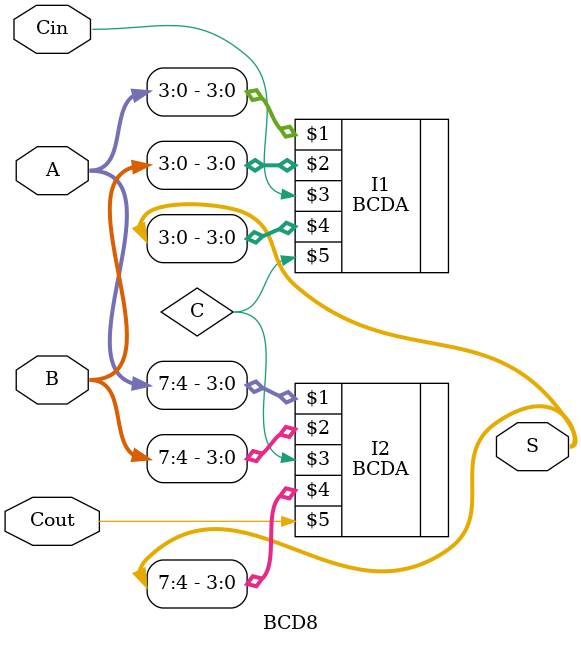
<source format=sv>
module BCD8(
input logic[7:0] A,B,
input logic Cin,
output logic[7:0] S,
inout logic Cout
    );
logic C;
BCDA I1(A[3:0],B[3:0],Cin,S[3:0],C);
BCDA I2(A[7:4],B[7:4],C,S[7:4],Cout);
endmodule

</source>
